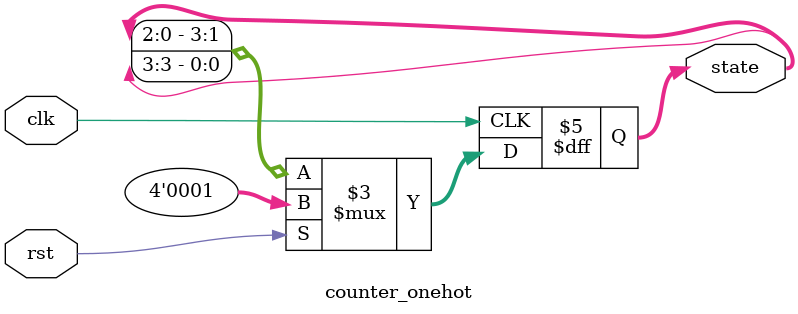
<source format=sv>
module counter_onehot #(parameter BITS=4) (
    input clk, rst,
    output reg [BITS-1:0] state
);
always @(posedge clk) begin
    if (rst) state <= 1;
    else state <= {state[BITS-2:0], state[BITS-1]};
end
endmodule
</source>
